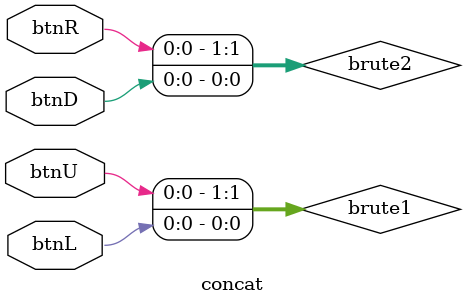
<source format=v>
module concat(
    input btnU, btnD, btnL, btnR

    );
    
    wire [1:0] brute1;
    assign brute1[0] = btnL;
    assign brute1[1] = btnU;
    
    wire[1:0] brute2;
    assign brute2[0] = btnD;
    assign brute2[1] = btnR;
endmodule

</source>
